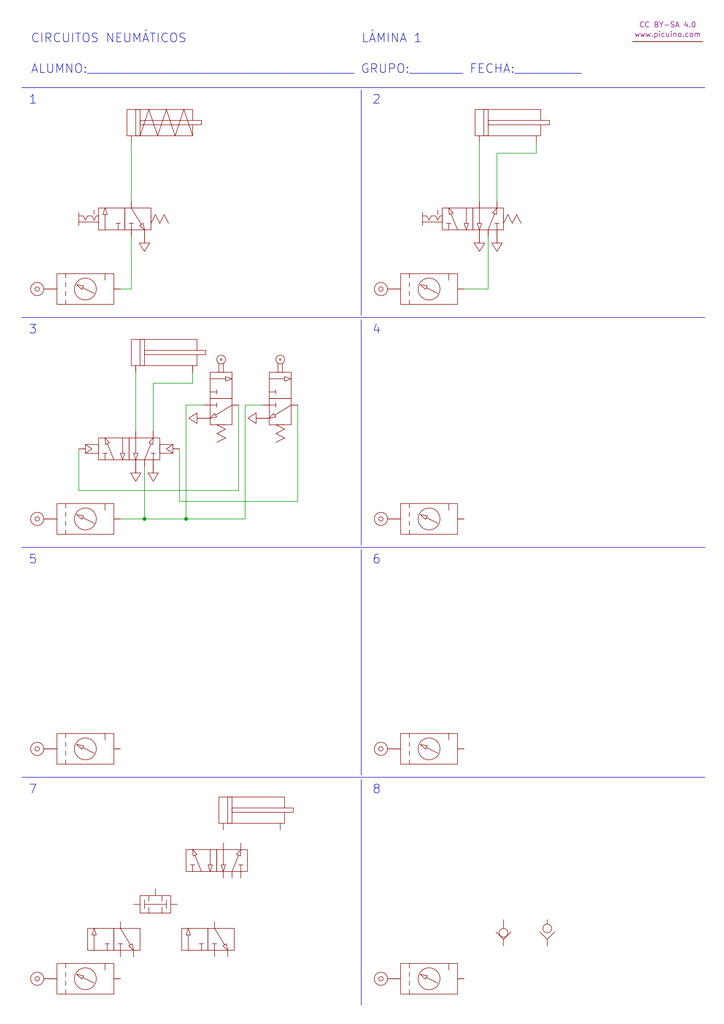
<source format=kicad_sch>
(kicad_sch (version 20230121) (generator eeschema)
  (paper "A4" portrait)
  (title_block (title "Circuitos neumáticos") (date "8/05/2021") (company "www.picuino.com") (comment 1 "Copyright (c) 2022 by Carlos Pardo") (comment 2 "License CC BY-SA 4.0"))
  (lib_symbols
    (symbol "Valvula_antirretorno-simbolos_1" (pin_names (offset 1.016))
      (symbol "Valvula_antirretorno-simbolos_1_0_1"
        (circle (center -1.27 0) (radius 1.27))
        (polyline (pts (xy 1.905 0) (xy -0.254 -2.159)))
        (polyline (pts (xy 1.905 0) (xy -0.254 2.159)))
      )
      (symbol "Valvula_antirretorno-simbolos_1_1_1"
        (pin output line (at -3.81 0 0) (length 1.27) (name "") (number ""))
        (pin input line (at 3.81 0 180) (length 1.905) (name "") (number ""))
      )
    )
    (symbol "neumatic-circuitos-rescue:CopyRight-simbolos-simbolos" (pin_names (offset 1.016))
      (property "License" "CC BY-SA 4.0" (at -1.27 -1.27 0))
      (property "Web" "www.picuino.com" (at 0 -1.27 0))
      (symbol "CopyRight-simbolos-simbolos_0_1"
        (polyline (pts (xy -10.16 0) (xy 10.16 0)) (stroke (width 0.2032)))
      )
    )
    (symbol "neumatic-circuitos-rescue:Escape-simbolos" (pin_names (offset 1.016))
      (symbol "Escape-simbolos_0_1"
        (polyline (pts (xy -1.524 -1.905) (xy 1.524 -1.905) (xy 0 -4.318) (xy -1.524 -1.905)))
      )
      (symbol "Escape-simbolos_1_1"
        (pin input line (at 0 0 270) (length 1.905) (name "") (number ""))
      )
    )
    (symbol "neumatic-circuitos-rescue:Fuente_presion-simbolos" (pin_names (offset 1.016))
      (symbol "Fuente_presion-simbolos_0_1"
        (circle (center 0 3.81) (radius 0.635))
        (circle (center 0 3.81) (radius 1.905))
      )
      (symbol "Fuente_presion-simbolos_1_1"
        (pin output line (at 0 0 90) (length 1.905) (name "") (number ""))
      )
    )
    (symbol "neumatic-circuitos-rescue:Pilotaje_enclavamiento-simbolos" (pin_names (offset 1.016))
      (symbol "Pilotaje_enclavamiento-simbolos_0_1"
        (polyline (pts (xy -3.175 1.905) (xy -3.175 -1.905)))
        (polyline (pts (xy 1.27 2.54) (xy 1.27 1.27)))
        (polyline (pts (xy 2.54 -0.889) (xy -3.175 -0.889)))
        (polyline (pts (xy 2.54 1.27) (xy 2.54 -1.27)))
        (polyline (pts (xy -3.175 0.889) (xy -1.905 0.889) (xy -1.27 -0.381) (xy -0.635 0.889) (xy 0.635 0.889) (xy 1.27 -0.381) (xy 1.905 0.889) (xy 2.54 0.889)))
      )
    )
    (symbol "neumatic-circuitos-rescue:Pilotaje_muelle-simbolos" (pin_names (offset 1.016))
      (symbol "Pilotaje_muelle-simbolos_0_1"
        (polyline (pts (xy 0 1.27) (xy 0 -1.27) (xy 1.27 1.27) (xy 2.54 -1.27) (xy 3.81 1.27) (xy 5.08 -1.27)))
      )
    )
    (symbol "neumatic-circuitos-rescue:Pilotaje_neumatico-simbolos" (pin_names (offset 1.016))
      (symbol "Pilotaje_neumatico-simbolos_0_1"
        (polyline (pts (xy -3.81 1.27) (xy -1.905 0) (xy -3.81 -1.27)))
        (rectangle (start 0 1.27) (end -3.81 -1.27))
      )
      (symbol "Pilotaje_neumatico-simbolos_1_1"
        (pin input line (at -5.715 0 0) (length 1.905) (name "") (number ""))
      )
    )
    (symbol "neumatic-circuitos-rescue:Pilotaje_rodillo-simbolos" (pin_names (offset 1.016))
      (symbol "Pilotaje_rodillo-simbolos_0_1"
        (circle (center -1.143 0) (radius 0.254))
        (circle (center -1.143 0) (radius 1.27))
        (polyline (pts (xy 0 -0.635) (xy 2.54 -0.635)))
        (polyline (pts (xy 0 0.635) (xy 2.54 0.635)))
        (polyline (pts (xy 2.54 1.27) (xy 2.54 -1.27)))
      )
    )
    (symbol "neumatic-circuitos-rescue:Piston_doble_efecto-simbolos" (pin_names (offset 1.016))
      (symbol "Piston_doble_efecto-simbolos_0_1"
        (polyline (pts (xy 17.78 6.35) (xy 17.78 9.525) (xy -1.27 9.525) (xy -1.27 1.905) (xy 17.78 1.905) (xy 17.78 5.08)))
        (rectangle (start 1.27 9.525) (end 2.54 1.905))
        (rectangle (start 20.32 6.35) (end 2.54 5.08))
      )
      (symbol "Piston_doble_efecto-simbolos_1_1"
        (pin bidirectional line (at 0 0 90) (length 1.905) (name "") (number ""))
        (pin bidirectional line (at 16.51 0 90) (length 1.905) (name "") (number ""))
      )
    )
    (symbol "neumatic-circuitos-rescue:Unidad_mantenimiento-simbolos" (pin_names (offset 1.016))
      (symbol "Unidad_mantenimiento-simbolos_0_1"
        (polyline (pts (xy -5.715 1.27) (xy -5.715 0)))
        (polyline (pts (xy -5.715 3.81) (xy -5.715 2.54)))
        (polyline (pts (xy -5.715 6.35) (xy -5.715 5.08)))
        (polyline (pts (xy -5.715 8.89) (xy -5.715 7.62)))
        (polyline (pts (xy -0.762 4.826) (xy 2.54 3.175)))
        (polyline (pts (xy 5.715 8.89) (xy 5.715 6.985)))
        (polyline (pts (xy -0.762 4.826) (xy -1.016 4.318) (xy -2.54 5.715)))
        (polyline (pts (xy -0.762 4.826) (xy -0.508 5.334) (xy -2.54 5.715)))
        (circle (center 0 4.445) (radius 3.175))
        (rectangle (start 8.255 8.89) (end -8.255 0))
      )
      (symbol "Unidad_mantenimiento-simbolos_1_1"
        (pin input line (at -10.16 4.445 0) (length 1.905) (name "") (number ""))
        (pin output line (at 10.16 4.445 180) (length 1.905) (name "") (number ""))
      )
    )
    (symbol "neumatic-circuitos-rescue:Valvula_3_2-simbolos" (pin_names (offset 1.016))
      (symbol "Valvula_3_2-simbolos_0_1"
        (polyline (pts (xy -5.715 4.445) (xy -5.715 0)))
        (polyline (pts (xy -2.54 1.905) (xy -1.27 1.905)))
        (polyline (pts (xy -1.905 1.905) (xy -1.905 0)))
        (polyline (pts (xy 1.905 1.905) (xy 1.905 0)))
        (polyline (pts (xy 2.54 1.905) (xy 1.27 1.905)))
        (polyline (pts (xy 4.826 1.5748) (xy 1.905 6.35)))
        (polyline (pts (xy -5.715 6.35) (xy -6.35 4.445) (xy -5.08 4.445) (xy -5.715 6.35)))
        (polyline (pts (xy 5.715 0) (xy 5.334 1.905) (xy 4.318 1.27) (xy 5.715 0)))
        (rectangle (start 0 6.35) (end -7.62 0))
        (rectangle (start 0 6.35) (end 7.62 0))
      )
      (symbol "Valvula_3_2-simbolos_1_1"
        (pin input line (at 1.905 -1.905 90) (length 1.905) (name "") (number ""))
        (pin bidirectional line (at 1.905 8.255 270) (length 1.905) (name "") (number ""))
        (pin output line (at 5.715 -1.905 90) (length 1.905) (name "") (number ""))
      )
    )
    (symbol "neumatic-circuitos-rescue:Valvula_5_2-simbolos" (pin_names (offset 1.016))
      (symbol "Valvula_5_2-simbolos_0_1"
        (polyline (pts (xy -6.985 1.905) (xy -6.985 0)))
        (polyline (pts (xy -6.35 1.905) (xy -7.62 1.905)))
        (polyline (pts (xy -6.2992 4.6736) (xy -4.445 0)))
        (polyline (pts (xy -1.905 1.905) (xy -1.905 6.35)))
        (polyline (pts (xy 1.905 1.905) (xy 1.905 6.35)))
        (polyline (pts (xy 4.445 0) (xy 6.2992 4.6736)))
        (polyline (pts (xy 6.35 1.905) (xy 7.62 1.905)))
        (polyline (pts (xy 6.985 1.905) (xy 6.985 0)))
        (polyline (pts (xy -6.985 6.35) (xy -5.715 4.953) (xy -6.858 4.445) (xy -6.985 6.35)))
        (polyline (pts (xy -1.905 0) (xy -2.54 1.905) (xy -1.27 1.905) (xy -1.905 0)))
        (polyline (pts (xy 1.905 0) (xy 1.27 1.905) (xy 2.54 1.905) (xy 1.905 0)))
        (polyline (pts (xy 6.985 6.35) (xy 5.715 4.953) (xy 6.858 4.445) (xy 6.985 6.35)))
        (rectangle (start 0 6.35) (end -8.89 0))
        (rectangle (start 8.89 6.35) (end 0 0))
      )
      (symbol "Valvula_5_2-simbolos_1_1"
        (pin output line (at 1.905 -1.905 90) (length 1.905) (name "") (number ""))
        (pin bidirectional line (at 1.905 8.255 270) (length 1.905) (name "") (number ""))
        (pin input line (at 4.445 -1.905 90) (length 1.905) (name "") (number ""))
        (pin output line (at 6.985 -1.905 90) (length 1.905) (name "") (number ""))
        (pin bidirectional line (at 6.985 8.255 270) (length 1.905) (name "") (number ""))
      )
    )
    (symbol "neumatic-circuitos-rescue:Valvula_simultaneidad-simbolos" (pin_names (offset 1.016))
      (symbol "Valvula_simultaneidad-simbolos_0_1"
        (polyline (pts (xy 1.27 2.54) (xy 7.62 2.54)))
        (polyline (pts (xy 1.27 3.81) (xy 1.27 1.27)))
        (polyline (pts (xy 2.54 0) (xy 2.54 1.651)))
        (polyline (pts (xy 2.54 5.08) (xy 2.54 3.429)))
        (polyline (pts (xy 6.35 0) (xy 6.35 1.651)))
        (polyline (pts (xy 6.35 5.08) (xy 6.35 3.429)))
        (polyline (pts (xy 7.62 3.81) (xy 7.62 1.27)))
        (polyline (pts (xy 0 5.08) (xy 0 0) (xy 8.89 0) (xy 8.89 5.08) (xy 0 5.08)))
      )
      (symbol "Valvula_simultaneidad-simbolos_1_1"
        (pin input line (at -1.905 2.54 0) (length 1.905) (name "") (number ""))
        (pin output line (at 4.445 6.985 270) (length 1.905) (name "") (number ""))
        (pin input line (at 10.795 2.54 180) (length 1.905) (name "") (number ""))
      )
    )
    (symbol "neumatic-simbolos-nombres-rescue:Valvula_antirretorno-simbolos" (pin_names (offset 1.016))
      (symbol "Valvula_antirretorno-simbolos_0_1"
        (polyline (pts (xy -1.27 0) (xy -1.905 0)))
        (polyline (pts (xy 1.905 0) (xy -0.254 -2.159)))
        (polyline (pts (xy 1.905 0) (xy -0.254 2.159)))
        (circle (center 0 0) (radius 1.27))
      )
      (symbol "Valvula_antirretorno-simbolos_1_1"
        (pin output line (at -3.81 0 0) (length 1.905) (name "") (number ""))
        (pin input line (at 3.81 0 180) (length 1.905) (name "") (number ""))
      )
    )
    (symbol "neumatic-simbolos:Escape" (pin_names (offset 1.016))
      (symbol "Escape_0_1"
        (polyline (pts (xy -1.524 -1.905) (xy 1.524 -1.905) (xy 0 -4.318) (xy -1.524 -1.905)))
      )
      (symbol "Escape_1_1"
        (pin input line (at 0 0 270) (length 1.905) (name "") (number ""))
      )
    )
    (symbol "neumatic-simbolos:Fuente_presion" (pin_names (offset 1.016))
      (symbol "Fuente_presion_0_1"
        (circle (center 0 3.81) (radius 0.635))
        (circle (center 0 3.81) (radius 1.905))
      )
      (symbol "Fuente_presion_1_1"
        (pin output line (at 0 0 90) (length 1.905) (name "") (number ""))
      )
    )
    (symbol "neumatic-simbolos:Piston_simple_efecto" (pin_names (offset 1.016))
      (symbol "Piston_simple_efecto_0_1"
        (polyline (pts (xy 17.78 6.35) (xy 17.78 9.525) (xy -1.27 9.525) (xy -1.27 1.905) (xy 17.78 1.905) (xy 17.78 5.08)))
        (polyline (pts (xy 2.54 1.905) (xy 5.08 9.525) (xy 7.62 1.905) (xy 10.16 9.525) (xy 12.7 1.905) (xy 15.24 9.525) (xy 17.78 1.905)))
        (rectangle (start 1.27 9.525) (end 2.54 1.905))
        (rectangle (start 20.32 6.35) (end 2.54 5.08))
      )
      (symbol "Piston_simple_efecto_1_1"
        (pin bidirectional line (at 0 0 90) (length 1.905) (name "") (number ""))
      )
    )
    (symbol "neumatic-simbolos:Unidad_mantenimiento" (pin_names (offset 1.016))
      (symbol "Unidad_mantenimiento_0_1"
        (polyline (pts (xy -5.715 1.27) (xy -5.715 0)))
        (polyline (pts (xy -5.715 3.81) (xy -5.715 2.54)))
        (polyline (pts (xy -5.715 6.35) (xy -5.715 5.08)))
        (polyline (pts (xy -5.715 8.89) (xy -5.715 7.62)))
        (polyline (pts (xy -0.762 4.826) (xy 2.54 3.175)))
        (polyline (pts (xy 5.715 8.89) (xy 5.715 6.985)))
        (polyline (pts (xy -0.762 4.826) (xy -1.016 4.318) (xy -2.54 5.715)))
        (polyline (pts (xy -0.762 4.826) (xy -0.508 5.334) (xy -2.54 5.715)))
        (circle (center 0 4.445) (radius 3.175))
        (rectangle (start 8.255 8.89) (end -8.255 0))
      )
      (symbol "Unidad_mantenimiento_1_1"
        (pin input line (at -10.16 4.445 0) (length 1.905) (name "") (number ""))
        (pin output line (at 10.16 4.445 180) (length 1.905) (name "") (number ""))
      )
    )
    (symbol "neumatic-simbolos:Valvula_3_2" (pin_names (offset 1.016))
      (symbol "Valvula_3_2_0_1"
        (polyline (pts (xy -5.715 4.445) (xy -5.715 0)))
        (polyline (pts (xy -2.54 1.905) (xy -1.27 1.905)))
        (polyline (pts (xy -1.905 1.905) (xy -1.905 0)))
        (polyline (pts (xy 1.905 1.905) (xy 1.905 0)))
        (polyline (pts (xy 2.54 1.905) (xy 1.27 1.905)))
        (polyline (pts (xy 4.826 1.5748) (xy 1.905 6.35)))
        (polyline (pts (xy -5.715 6.35) (xy -6.35 4.445) (xy -5.08 4.445) (xy -5.715 6.35)))
        (polyline (pts (xy 5.715 0) (xy 5.334 1.905) (xy 4.318 1.27) (xy 5.715 0)))
        (rectangle (start 0 6.35) (end -7.62 0))
        (rectangle (start 0 6.35) (end 7.62 0))
      )
      (symbol "Valvula_3_2_1_1"
        (pin input line (at 1.905 -1.905 90) (length 1.905) (name "") (number ""))
        (pin bidirectional line (at 1.905 8.255 270) (length 1.905) (name "") (number ""))
        (pin output line (at 5.715 -1.905 90) (length 1.905) (name "") (number ""))
      )
    )
  )
  (junction (at 41.91 150.495))
  (junction (at 53.975 150.495))
  (wire (pts (xy 139.065 41.275) (xy 139.065 58.42)))
  (wire (pts (xy 144.145 44.45) (xy 144.145 58.42)))
  (wire (pts (xy 38.1 68.58) (xy 38.1 83.82)))
  (wire (pts (xy 38.1 83.82) (xy 34.925 83.82)))
  (wire (pts (xy 134.62 83.82) (xy 141.605 83.82)))
  (polyline (pts (xy 104.775 26.035) (xy 104.775 91.44)))
  (polyline (pts (xy 6.35 25.4) (xy 204.47 25.4)))
  (wire (pts (xy 53.975 117.475) (xy 53.975 150.495)))
  (wire (pts (xy 71.12 117.475) (xy 76.2 117.475)))
  (polyline (pts (xy 104.775 226.06) (xy 104.775 291.465)))
  (wire (pts (xy 41.91 150.495) (xy 53.975 150.495)))
  (wire (pts (xy 44.45 111.125) (xy 44.45 125.095)))
  (wire (pts (xy 69.215 117.475) (xy 69.215 142.24)))
  (polyline (pts (xy 6.35 158.75) (xy 204.47 158.75)))
  (polyline (pts (xy 104.775 92.71) (xy 104.775 158.115)))
  (wire (pts (xy 44.45 111.125) (xy 55.88 111.125)))
  (polyline (pts (xy 6.35 225.425) (xy 204.47 225.425)))
  (wire (pts (xy 55.88 107.95) (xy 55.88 111.125)))
  (wire (pts (xy 52.07 145.415) (xy 86.36 145.415)))
  (wire (pts (xy 22.86 142.24) (xy 22.86 130.175)))
  (wire (pts (xy 69.215 142.24) (xy 22.86 142.24)))
  (wire (pts (xy 52.07 130.175) (xy 52.07 145.415)))
  (wire (pts (xy 155.575 44.45) (xy 155.575 41.275)))
  (wire (pts (xy 41.91 135.255) (xy 41.91 150.495)))
  (wire (pts (xy 71.12 117.475) (xy 71.12 150.495)))
  (wire (pts (xy 53.975 150.495) (xy 71.12 150.495)))
  (wire (pts (xy 53.975 117.475) (xy 59.055 117.475)))
  (wire (pts (xy 86.36 117.475) (xy 86.36 145.415)))
  (wire (pts (xy 34.925 150.495) (xy 41.91 150.495)))
  (wire (pts (xy 39.37 107.95) (xy 39.37 125.095)))
  (wire (pts (xy 38.1 41.275) (xy 38.1 58.42)))
  (polyline (pts (xy 104.775 159.385) (xy 104.775 224.79)))
  (wire (pts (xy 141.605 68.58) (xy 141.605 83.82)))
  (wire (pts (xy 144.145 44.45) (xy 155.575 44.45)))
  (polyline (pts (xy 6.35 92.075) (xy 204.47 92.075)))
  (text "CIRCUITOS NEUMÁTICOS" (at 8.89 12.7 0) (effects (font (size 2.54 2.54)) (justify left bottom)))
  (text "4" (at 107.95 97.155 0) (effects (font (size 2.54 2.54)) (justify left bottom)))
  (text "8" (at 107.95 230.505 0) (effects (font (size 2.54 2.54)) (justify left bottom)))
  (text "ALUMNO:________________________________________ GRUPO:________ FECHA:__________" (at 8.89 21.59 0) (effects (font (size 2.54 2.54)) (justify left bottom)))
  (text "1" (at 8.255 30.48 0) (effects (font (size 2.54 2.54)) (justify left bottom)))
  (text "3" (at 8.255 97.155 0) (effects (font (size 2.54 2.54)) (justify left bottom)))
  (text "6" (at 107.95 163.83 0) (effects (font (size 2.54 2.54)) (justify left bottom)))
  (text "7" (at 8.255 230.505 0) (effects (font (size 2.54 2.54)) (justify left bottom)))
  (text "LÁMINA 1" (at 104.775 12.7 0) (effects (font (size 2.54 2.54)) (justify left bottom)))
  (text "2" (at 107.95 30.48 0) (effects (font (size 2.54 2.54)) (justify left bottom)))
  (text "5" (at 8.255 163.83 0) (effects (font (size 2.54 2.54)) (justify left bottom)))
  (symbol (lib_id "neumatic-circuitos-rescue:Pilotaje_muelle-simbolos") (at 43.815 63.5 0) (unit 1)
    (property "Reference" "U?" (effects hide))
    (property "Value" "Pilotaje_muelle" (effects hide))
  )
  (symbol (lib_id "neumatic-circuitos-rescue:Pilotaje_enclavamiento-simbolos") (at 26.035 63.5 0) (unit 1)
    (property "Reference" "U?" (effects hide))
    (property "Value" "Pilotaje_enclavamiento" (effects hide))
  )
  (symbol (lib_id "neumatic-circuitos-rescue:CopyRight-simbolos-simbolos") (at 193.675 12.065 0) (unit 1)
    (property "Reference" "CP?" (effects hide))
    (property "Value" "CopyRight-simbolos" (effects hide))
    (property "License" "CC BY-SA 4.0" (at 193.675 7.1374 0) (effects (font (size 1.524 1.524))))
    (property "Web" "www.picuino.com" (at 193.675 9.9314 0) (effects (font (size 1.524 1.524))))
  )
  (symbol (lib_id "neumatic-circuitos-rescue:Unidad_mantenimiento-simbolos") (at 124.46 88.265 0) (unit 1)
    (property "Reference" "V?" (effects hide))
    (property "Value" "Unidad_mantenimiento" (effects hide))
  )
  (symbol (lib_id "neumatic-circuitos-rescue:Fuente_presion-simbolos") (at 114.3 83.82 90) (unit 1)
    (property "Reference" "V?" (effects hide))
    (property "Value" "Fuente_presion" (effects hide))
  )
  (symbol (lib_id "neumatic-circuitos-rescue:Escape-simbolos") (at 144.145 68.58 0) (unit 1)
    (property "Reference" "V?" (effects hide))
    (property "Value" "Escape" (effects hide))
  )
  (symbol (lib_id "neumatic-circuitos-rescue:Pilotaje_muelle-simbolos") (at 146.05 63.5 0) (unit 1)
    (property "Reference" "U?" (effects hide))
    (property "Value" "Pilotaje_muelle" (effects hide))
  )
  (symbol (lib_id "neumatic-circuitos-rescue:Pilotaje_enclavamiento-simbolos") (at 125.73 63.5 0) (unit 1)
    (property "Reference" "U?" (effects hide))
    (property "Value" "Pilotaje_enclavamiento" (effects hide))
  )
  (symbol (lib_id "neumatic-circuitos-rescue:Piston_doble_efecto-simbolos") (at 139.065 41.275 0) (unit 1)
    (property "Reference" "V?" (effects hide))
    (property "Value" "Piston_doble_efecto" (effects hide))
  )
  (symbol (lib_id "neumatic-circuitos-rescue:Valvula_5_2-simbolos") (at 137.16 66.675 0) (unit 1)
    (property "Reference" "V?" (effects hide))
    (property "Value" "Valvula_5_2" (effects hide))
  )
  (symbol (lib_id "neumatic-circuitos-rescue:Escape-simbolos") (at 139.065 68.58 0) (unit 1)
    (property "Reference" "V?" (effects hide))
    (property "Value" "Escape" (effects hide))
  )
  (symbol (lib_id "neumatic-circuitos-rescue:Unidad_mantenimiento-simbolos") (at 24.765 154.94 0) (unit 1)
    (property "Reference" "V?" (effects hide))
    (property "Value" "Unidad_mantenimiento" (effects hide))
  )
  (symbol (lib_id "neumatic-circuitos-rescue:Fuente_presion-simbolos") (at 14.605 150.495 90) (unit 1)
    (property "Reference" "V?" (effects hide))
    (property "Value" "Fuente_presion" (effects hide))
  )
  (symbol (lib_id "neumatic-circuitos-rescue:Escape-simbolos") (at 44.45 135.255 0) (unit 1)
    (property "Reference" "V?" (effects hide))
    (property "Value" "Escape" (effects hide))
  )
  (symbol (lib_id "neumatic-circuitos-rescue:Piston_doble_efecto-simbolos") (at 39.37 107.95 0) (unit 1)
    (property "Reference" "V?" (effects hide))
    (property "Value" "Piston_doble_efecto" (effects hide))
  )
  (symbol (lib_id "neumatic-circuitos-rescue:Valvula_5_2-simbolos") (at 37.465 133.35 0) (unit 1)
    (property "Reference" "V?" (effects hide))
    (property "Value" "Valvula_5_2" (effects hide))
  )
  (symbol (lib_id "neumatic-circuitos-rescue:Escape-simbolos") (at 39.37 135.255 0) (unit 1)
    (property "Reference" "V?" (effects hide))
    (property "Value" "Escape" (effects hide))
  )
  (symbol (lib_id "neumatic-circuitos-rescue:Valvula_3_2-simbolos") (at 60.96 115.57 270) (unit 1)
    (property "Reference" "V?" (effects hide))
    (property "Value" "Valvula_3_2" (effects hide))
  )
  (symbol (lib_id "neumatic-circuitos-rescue:Pilotaje_rodillo-simbolos") (at 64.135 105.41 270) (unit 1)
    (property "Reference" "U?" (effects hide))
    (property "Value" "Pilotaje_rodillo" (effects hide))
  )
  (symbol (lib_id "neumatic-circuitos-rescue:Pilotaje_muelle-simbolos") (at 64.135 123.19 270) (unit 1)
    (property "Reference" "U?" (effects hide))
    (property "Value" "Pilotaje_muelle" (effects hide))
  )
  (symbol (lib_id "neumatic-circuitos-rescue:Valvula_3_2-simbolos") (at 78.105 115.57 270) (unit 1)
    (property "Reference" "V?" (effects hide))
    (property "Value" "Valvula_3_2" (effects hide))
  )
  (symbol (lib_id "neumatic-circuitos-rescue:Pilotaje_rodillo-simbolos") (at 81.28 105.41 270) (unit 1)
    (property "Reference" "U?" (effects hide))
    (property "Value" "Pilotaje_rodillo" (effects hide))
  )
  (symbol (lib_id "neumatic-circuitos-rescue:Pilotaje_muelle-simbolos") (at 81.28 123.19 270) (unit 1)
    (property "Reference" "U?" (effects hide))
    (property "Value" "Pilotaje_muelle" (effects hide))
  )
  (symbol (lib_id "neumatic-circuitos-rescue:Escape-simbolos") (at 59.055 121.285 270) (unit 1)
    (property "Reference" "V?" (effects hide))
    (property "Value" "Escape" (effects hide))
  )
  (symbol (lib_id "neumatic-circuitos-rescue:Escape-simbolos") (at 76.2 121.285 270) (unit 1)
    (property "Reference" "V?" (effects hide))
    (property "Value" "Escape" (effects hide))
  )
  (symbol (lib_id "neumatic-circuitos-rescue:Pilotaje_neumatico-simbolos") (at 28.575 130.175 0) (unit 1)
    (property "Reference" "U?" (effects hide))
    (property "Value" "Pilotaje_neumatico" (effects hide))
  )
  (symbol (lib_id "neumatic-circuitos-rescue:Pilotaje_neumatico-simbolos") (at 46.355 130.175 180) (unit 1)
    (property "Reference" "U?" (effects hide))
    (property "Value" "Pilotaje_neumatico" (effects hide))
  )
  (symbol (lib_id "neumatic-circuitos-rescue:Unidad_mantenimiento-simbolos") (at 124.46 154.94 0) (unit 1)
    (property "Reference" "V?" (effects hide))
    (property "Value" "Unidad_mantenimiento" (effects hide))
  )
  (symbol (lib_id "neumatic-circuitos-rescue:Fuente_presion-simbolos") (at 114.3 150.495 90) (unit 1)
    (property "Reference" "V?" (effects hide))
    (property "Value" "Fuente_presion" (effects hide))
  )
  (symbol (lib_id "neumatic-circuitos-rescue:Unidad_mantenimiento-simbolos") (at 24.765 221.615 0) (unit 1)
    (property "Reference" "V?" (effects hide))
    (property "Value" "Unidad_mantenimiento" (effects hide))
  )
  (symbol (lib_id "neumatic-circuitos-rescue:Fuente_presion-simbolos") (at 14.605 217.17 90) (unit 1)
    (property "Reference" "V?" (effects hide))
    (property "Value" "Fuente_presion" (effects hide))
  )
  (symbol (lib_id "neumatic-circuitos-rescue:Unidad_mantenimiento-simbolos") (at 124.46 221.615 0) (unit 1)
    (property "Reference" "V?" (effects hide))
    (property "Value" "Unidad_mantenimiento" (effects hide))
  )
  (symbol (lib_id "neumatic-circuitos-rescue:Fuente_presion-simbolos") (at 114.3 217.17 90) (unit 1)
    (property "Reference" "V?" (effects hide))
    (property "Value" "Fuente_presion" (effects hide))
  )
  (symbol (lib_id "neumatic-circuitos-rescue:Unidad_mantenimiento-simbolos") (at 24.765 288.29 0) (unit 1)
    (property "Reference" "V?" (effects hide))
    (property "Value" "Unidad_mantenimiento" (effects hide))
  )
  (symbol (lib_id "neumatic-circuitos-rescue:Fuente_presion-simbolos") (at 14.605 283.845 90) (unit 1)
    (property "Reference" "V?" (effects hide))
    (property "Value" "Fuente_presion" (effects hide))
  )
  (symbol (lib_id "neumatic-circuitos-rescue:Unidad_mantenimiento-simbolos") (at 124.46 288.29 0) (unit 1)
    (property "Reference" "V?" (effects hide))
    (property "Value" "Unidad_mantenimiento" (effects hide))
  )
  (symbol (lib_id "neumatic-circuitos-rescue:Fuente_presion-simbolos") (at 114.3 283.845 90) (unit 1)
    (property "Reference" "V?" (effects hide))
    (property "Value" "Fuente_presion" (effects hide))
  )
  (symbol (lib_id "neumatic-circuitos-rescue:Valvula_3_2-simbolos") (at 33.02 275.59 0) (unit 1)
    (property "Reference" "V?" (effects hide))
    (property "Value" "Valvula_3_2" (effects hide))
  )
  (symbol (lib_id "neumatic-circuitos-rescue:Valvula_simultaneidad-simbolos") (at 40.64 264.795 0) (unit 1)
    (property "Reference" "V?" (effects hide))
    (property "Value" "Valvula_simultaneidad" (effects hide))
  )
  (symbol (lib_id "neumatic-circuitos-rescue:Valvula_3_2-simbolos") (at 60.325 275.59 0) (unit 1)
    (property "Reference" "V?" (effects hide))
    (property "Value" "Valvula_3_2" (effects hide))
  )
  (symbol (lib_id "neumatic-circuitos-rescue:Valvula_5_2-simbolos") (at 62.865 252.73 0) (unit 1)
    (property "Reference" "V?" (effects hide))
    (property "Value" "Valvula_5_2" (effects hide))
  )
  (symbol (lib_id "neumatic-circuitos-rescue:Piston_doble_efecto-simbolos") (at 64.77 240.665 0) (unit 1)
    (property "Reference" "V?" (effects hide))
    (property "Value" "Piston_doble_efecto" (effects hide))
  )
  (symbol (lib_id "neumatic-simbolos:Fuente_presion") (at 14.605 83.82 90) (unit 1)
    (property "Reference" "V?" (effects hide))
    (property "Value" "Fuente_presion" (effects hide))
  )
  (symbol (lib_id "neumatic-simbolos:Valvula_3_2") (at 36.195 66.675 0) (unit 1)
    (property "Reference" "V?" (effects hide))
    (property "Value" "Valvula_3_2" (effects hide))
  )
  (symbol (lib_id "neumatic-simbolos:Escape") (at 41.91 68.58 0) (unit 1)
    (property "Reference" "V?" (effects hide))
    (property "Value" "Escape" (effects hide))
  )
  (symbol (lib_name "Valvula_antirretorno-simbolos_1") (lib_id "neumatic-simbolos-nombres-rescue:Valvula_antirretorno-simbolos") (at 158.75 270.51 270) (unit 1)
    (property "Reference" "V2" (effects hide))
    (property "Value" "Valvula_antirretorno" (effects hide))
  )
  (symbol (lib_id "neumatic-simbolos-nombres-rescue:Valvula_antirretorno-simbolos") (at 146.05 270.51 270) (unit 1)
    (property "Reference" "V1" (effects hide))
    (property "Value" "Valvula_antirretorno" (effects hide))
  )
  (symbol (lib_id "neumatic-simbolos:Piston_simple_efecto") (at 38.1 41.275 0) (unit 1)
    (property "Reference" "V?" (effects hide))
    (property "Value" "Piston_simple_efecto" (effects hide))
  )
  (symbol (lib_id "neumatic-simbolos:Unidad_mantenimiento") (at 24.765 88.265 0) (unit 1)
    (property "Reference" "V?" (effects hide))
    (property "Value" "Unidad_mantenimiento" (effects hide))
  )
)
</source>
